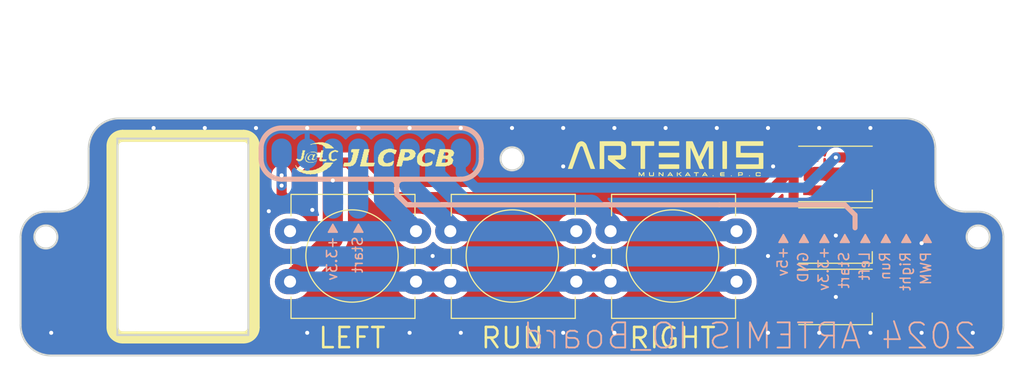
<source format=kicad_pcb>
(kicad_pcb (version 20221018) (generator pcbnew)
  (layers (0 "F.Cu" signal) (31 "B.Cu" signal) (34 "B.Paste" user) (35 "F.Paste" user) (36 "B.SilkS" user "B.Silkscreen") (37 "F.SilkS" user "F.Silkscreen") (38 "B.Mask" user) (39 "F.Mask" user) (44 "Edge.Cuts" user))
  (net 0 "")
  (net 1 "+5V")
  (net 2 "Net-(D1-DOUT)")
  (net 3 "GND")
  (net 4 "IND_PWM")
  (net 5 "Net-(D2-DOUT)")
  (net 7 "+3.3V")
  (net 8 "SWT_Start")
  (net 9 "BTN_Left")
  (net 10 "BTN_Run")
  (net 11 "BTN_Right")
  (footprint "Button_Switch_THT:SW_PUSH-12mm_Wuerth-430476085716" (layer "F.Cu") (at 158.777 91.44 180)
    (fp_text reference "RUN" (at 6.35 -5.588) (layer "F.SilkS") (effects (font (size 2 2) (thickness 0.25))))
    (fp_text value "SW_Push")
    (pad "1" thru_hole oval (at 0 0 180) (size 3 2.5) (drill 1.2) (layers "*.Cu" "*.Mask") (net 7 "+3.3V"))
    (pad "1" thru_hole oval (at 12.5 0 180) (size 3 2.5) (drill 1.2) (layers "*.Cu" "*.Mask") (net 7 "+3.3V"))
    (pad "2" thru_hole oval (at 0 5 180) (size 3 2.5) (drill 1.2) (layers "*.Cu" "*.Mask") (net 10 "BTN_Run"))
    (pad "2" thru_hole oval (at 12.5 5 180) (size 3 2.5) (drill 1.2) (layers "*.Cu" "*.Mask") (net 10 "BTN_Run"))
  )
  (footprint "Artemis_Logo:Artemis_Logo" (layer "F.Cu") (at 166.284319 78.769975)
    (fp_text reference "G***" hide)
    (fp_text value "LOGO" hide)
  )
  (footprint "Button_Switch_THT:SW_PUSH-12mm_Wuerth-430476085716" (layer "F.Cu") (at 174.679 91.44 180)
    (fp_text reference "RIGHT" (at 6.35 -5.588) (layer "F.SilkS") (effects (font (size 2 2) (thickness 0.25))))
    (fp_text value "SW_Push")
    (pad "1" thru_hole oval (at 0 0 180) (size 3 2.5) (drill 1.2) (layers "*.Cu" "*.Mask") (net 7 "+3.3V"))
    (pad "1" thru_hole oval (at 12.5 0 180) (size 3 2.5) (drill 1.2) (layers "*.Cu" "*.Mask") (net 7 "+3.3V"))
    (pad "2" thru_hole oval (at 0 5 180) (size 3 2.5) (drill 1.2) (layers "*.Cu" "*.Mask") (net 11 "BTN_Right"))
    (pad "2" thru_hole oval (at 12.5 5 180) (size 3 2.5) (drill 1.2) (layers "*.Cu" "*.Mask") (net 11 "BTN_Right"))
  )
  (footprint "Button_Switch_THT:SW_PUSH-12mm_Wuerth-430476085716" (layer "F.Cu") (at 142.875 91.44 180)
    (fp_text reference "LEFT" (at 6.35 -5.588) (layer "F.SilkS") (effects (font (size 2 2) (thickness 0.25))))
    (fp_text value "SW_Push")
    (pad "1" thru_hole oval (at 0 0 180) (size 3 2.5) (drill 1.2) (layers "*.Cu" "*.Mask") (net 7 "+3.3V"))
    (pad "1" thru_hole oval (at 12.5 0 180) (size 3 2.5) (drill 1.2) (layers "*.Cu" "*.Mask") (net 7 "+3.3V"))
    (pad "2" thru_hole oval (at 0 5 180) (size 3 2.5) (drill 1.2) (layers "*.Cu" "*.Mask") (net 9 "BTN_Left"))
    (pad "2" thru_hole oval (at 12.5 5 180) (size 3 2.5) (drill 1.2) (layers "*.Cu" "*.Mask") (net 9 "BTN_Left"))
  )
  (footprint "LED_SMD:LED_WS2812B_PLCC4_5.0x5.0mm_P3.2mm" (layer "F.Cu") (at 184.494 80.756)
    (fp_text reference "D1" hide)
    (fp_text value "WS2812B")
    (pad "1" smd rect (at -2.45 -1.65) (size 1.5 0.9) (layers "F.Cu" "F.Paste" "F.Mask") (net 1 "+5V"))
    (pad "2" smd rect (at -2.45 1.65) (size 1.5 0.9) (layers "F.Cu" "F.Paste" "F.Mask") (net 2 "Net-(D1-DOUT)"))
    (pad "3" smd rect (at 2.45 1.65) (size 1.5 0.9) (layers "F.Cu" "F.Paste" "F.Mask") (net 3 "GND"))
    (pad "4" smd rect (at 2.45 -1.65) (size 1.5 0.9) (layers "F.Cu" "F.Paste" "F.Mask") (net 4 "IND_PWM"))
  )
  (footprint "LED_SMD:LED_WS2812B_PLCC4_5.0x5.0mm_P3.2mm" (layer "F.Cu") (at 184.494 92.964)
    (fp_text reference "D3" hide)
    (fp_text value "WS2812B")
    (pad "1" smd rect (at -2.45 -1.65) (size 1.5 0.9) (layers "F.Cu" "F.Paste" "F.Mask") (net 1 "+5V"))
    (pad "2" smd rect (at -2.45 1.65) (size 1.5 0.9) (layers "F.Cu" "F.Paste" "F.Mask"))
    (pad "3" smd rect (at 2.45 1.65) (size 1.5 0.9) (layers "F.Cu" "F.Paste" "F.Mask") (net 3 "GND"))
    (pad "4" smd rect (at 2.45 -1.65) (size 1.5 0.9) (layers "F.Cu" "F.Paste" "F.Mask") (net 5 "Net-(D2-DOUT)"))
  )
  (footprint "LED_SMD:LED_WS2812B_PLCC4_5.0x5.0mm_P3.2mm" (layer "F.Cu") (at 184.494 86.868)
    (fp_text reference "D2" hide)
    (fp_text value "WS2812B")
    (pad "1" smd rect (at -2.45 -1.65) (size 1.5 0.9) (layers "F.Cu" "F.Paste" "F.Mask") (net 1 "+5V"))
    (pad "2" smd rect (at -2.45 1.65) (size 1.5 0.9) (layers "F.Cu" "F.Paste" "F.Mask") (net 5 "Net-(D2-DOUT)"))
    (pad "3" smd rect (at 2.45 1.65) (size 1.5 0.9) (layers "F.Cu" "F.Paste" "F.Mask") (net 3 "GND"))
    (pad "4" smd rect (at 2.45 -1.65) (size 1.5 0.9) (layers "F.Cu" "F.Paste" "F.Mask") (net 2 "Net-(D1-DOUT)"))
  )
  (footprint "_Others:JLCPCB" (layer "F.Cu") (at 138.684 79.248)
    (fp_text reference "G***" hide)
    (fp_text value "LOGO" hide)
  )
  (footprint "Connector_JST:JST_XH_B2B-XH-A_1x02_P2.50mm_Vertical" (layer "B.Cu") (at 134.64 83.693)
    (fp_text reference "SW4" hide)
    (fp_text value "SW_DIP_x01" hide)
    (pad "" smd oval (at 0 0) (size 2 3) (layers "B.Cu" "B.Paste" "B.Mask") (net 7 "+3.3V"))
    (pad "2" smd oval (at 2.5 0) (size 2 3) (layers "B.Cu" "B.Paste" "B.Mask") (net 8 "SWT_Start"))
  )
  (footprint "Connector_PinHeader_2.54mm:PinHeader_1x08_P2.54mm_Vertical" (layer "B.Cu") (at 129.54 78.74 -90)
    (fp_text reference "J1" hide)
    (fp_text value "Conn_01x08_Socket" hide)
    (pad "1" smd oval (at 0 0 270) (size 3 2) (layers "B.Cu" "B.Paste" "B.Mask") (net 1 "+5V"))
    (pad "2" smd oval (at 0 -2.54 270) (size 3 2) (layers "B.Cu" "B.Paste" "B.Mask") (net 3 "GND"))
    (pad "3" smd oval (at 0 -5.08 270) (size 3 2) (layers "B.Cu" "B.Paste" "B.Mask") (net 7 "+3.3V"))
    (pad "4" smd oval (at 0 -7.62 270) (size 3 2) (layers "B.Cu" "B.Paste" "B.Mask") (net 8 "SWT_Start"))
    (pad "5" smd oval (at 0 -10.16 270) (size 3 2) (layers "B.Cu" "B.Paste" "B.Mask") (net 9 "BTN_Left"))
    (pad "6" smd oval (at 0 -12.7 270) (size 3 2) (layers "B.Cu" "B.Paste" "B.Mask") (net 10 "BTN_Run"))
    (pad "7" smd oval (at 0 -15.24 270) (size 3 2) (layers "B.Cu" "B.Paste" "B.Mask") (net 11 "BTN_Right"))
    (pad "8" smd oval (at 0 -17.78 270) (size 3 2) (layers "B.Cu" "B.Paste" "B.Mask") (net 4 "IND_PWM"))
  )
  (gr_line (start 140.97 82.804) (end 141.986 83.82) (stroke (width 0.5)) (layer "B.SilkS"))
  (gr_line (start 149.352 78.232) (end 149.352 79.248) (stroke (width 0.5)) (layer "B.SilkS"))
  (gr_arc (start 129.54 81.28) (mid 128.10316 80.684841) (end 127.508 79.248) (stroke (width 0.5)) (layer "B.SilkS"))
  (gr_line (start 172.974 83.82) (end 185.42 83.82) (stroke (width 0.5)) (layer "B.SilkS"))
  (gr_line (start 186.436 84.836) (end 186.436 86.106) (stroke (width 0.5)) (layer "B.SilkS"))
  (gr_line (start 127.508 79.248) (end 127.508 78.232) (stroke (width 0.5)) (layer "B.SilkS"))
  (gr_arc (start 149.352 79.248) (mid 148.756841 80.68484) (end 147.32 81.28) (stroke (width 0.5)) (layer "B.SilkS"))
  (gr_line (start 140.97 81.28) (end 140.97 82.296) (stroke (width 0.5)) (layer "B.SilkS"))
  (gr_line (start 140.97 82.296) (end 140.97 82.804) (stroke (width 0.5)) (layer "B.SilkS"))
  (gr_arc (start 141.07521 81.89321) (mid 141.224 81.534) (end 141.58321 81.38521) (stroke (width 0.29)) (layer "B.SilkS"))
  (gr_arc (start 127.508 78.232) (mid 128.103159 76.79516) (end 129.54 76.2) (stroke (width 0.5)) (layer "B.SilkS"))
  (gr_arc (start 147.32 76.2) (mid 148.75684 76.795159) (end 149.352 78.232) (stroke (width 0.5)) (layer "B.SilkS"))
  (gr_line (start 141.986 83.82) (end 172.974 83.82) (stroke (width 0.5)) (layer "B.SilkS"))
  (gr_line (start 147.32 81.28) (end 129.54 81.28) (stroke (width 0.5)) (layer "B.SilkS"))
  (gr_arc (start 140.35679 81.38521) (mid 140.716 81.534) (end 140.86479 81.89321) (stroke (width 0.29)) (layer "B.SilkS"))
  (gr_line (start 129.54 76.2) (end 147.32 76.2) (stroke (width 0.5)) (layer "B.SilkS"))
  (gr_line (start 185.42 83.82) (end 186.436 84.836) (stroke (width 0.5)) (layer "B.SilkS"))
  (gr_line (start 115.182213 96.478) (end 113.768 96.478) (stroke (width 0.2)) (layer "F.SilkS"))
  (gr_arc (start 125.768 76.478) (mid 126.828827 76.917507) (end 127.268 77.978473) (stroke (width 0.2)) (layer "F.SilkS"))
  (gr_line (start 125.768 96.478) (end 115.182213 96.478) (stroke (width 0.2)) (layer "F.SilkS"))
  (gr_line (start 112.268 77.978) (end 112.268 95.978) (stroke (width 0.2)) (layer "F.SilkS"))
  (gr_line (start 113.268001 95.978) (end 113.268 77.978) (stroke (width 0.2)) (layer "F.SilkS"))
  (gr_arc (start 126.268 95.978402) (mid 126.121411 96.331696) (end 125.768 96.478) (stroke (width 0.2)) (layer "F.SilkS"))
  (gr_poly (pts (xy 113.768 76.478) (xy 125.768 76.478) (xy 126.492 76.708) (xy 127 77.089) (xy 127.127 77.597) (xy 127.268 77.978473) (xy 127.268 95.978) (xy 126.268 95.978402) (xy 126.268 77.978402) (xy 126.238 77.597) (xy 125.984 77.47) (xy 125.768 77.478) (xy 113.768 77.478) (xy 113.284 77.597) (xy 113.268 77.978) (xy 113.268001 95.978) (xy 112.268 95.978) (xy 112.268 77.978) (xy 112.522 77.216) (xy 113.03 76.708)) (stroke (width 0.15)) (fill solid) (layer "F.SilkS"))
  (gr_line (start 113.768 77.478) (end 125.768 77.478) (stroke (width 0.2)) (layer "F.SilkS"))
  (gr_line (start 113.768 97.478) (end 125.768 97.478) (stroke (width 0.2)) (layer "F.SilkS"))
  (gr_arc (start 112.268 77.978) (mid 112.70734 76.91734) (end 113.768 76.478) (stroke (width 0.2)) (layer "F.SilkS"))
  (gr_arc (start 113.268 77.978) (mid 113.414447 77.624447) (end 113.768 77.478) (stroke (width 0.2)) (layer "F.SilkS"))
  (gr_arc (start 113.768 97.478) (mid 112.70734 97.03866) (end 112.268 95.978) (stroke (width 0.2)) (layer "F.SilkS"))
  (gr_line (start 127.268 95.978) (end 127.268 77.978473) (stroke (width 0.2)) (layer "F.SilkS"))
  (gr_poly (pts (xy 113.268001 95.978) (xy 113.414447 96.458553) (xy 113.768 96.605) (xy 125.768 96.605) (xy 126.121411 96.458696) (xy 126.268 95.978402) (xy 127.268 95.978) (xy 127 96.647) (xy 126.619 97.155) (xy 125.768 97.478) (xy 113.768 97.478) (xy 112.903 97.155) (xy 112.522 96.647) (xy 112.268 95.978)) (stroke (width 0.15)) (fill solid) (layer "F.SilkS"))
  (gr_line (start 126.268 77.978402) (end 126.268 95.978402) (stroke (width 0.2)) (layer "F.SilkS"))
  (gr_line (start 125.768 76.478) (end 113.768 76.478) (stroke (width 0.2)) (layer "F.SilkS"))
  (gr_arc (start 113.768 96.478) (mid 113.414447 96.331553) (end 113.268001 95.978) (stroke (width 0.2)) (layer "F.SilkS"))
  (gr_arc (start 125.768 77.478) (mid 126.121695 77.624589) (end 126.268 77.978402) (stroke (width 0.2)) (layer "F.SilkS"))
  (gr_arc (start 127.268 95.978) (mid 126.82866 97.03866) (end 125.768 97.478) (stroke (width 0.2)) (layer "F.SilkS"))
  (gr_arc (start 197.400001 84.509999) (mid 195.27868 83.63132) (end 194.400001 81.509999) (stroke (width 0.2)) (layer "Edge.Cuts"))
  (gr_line (start 198.65 84.509999) (end 197.400001 84.509999) (stroke (width 0.2)) (layer "Edge.Cuts"))
  (gr_arc (start 106.65 98.764999) (mid 104.52868 97.886319) (end 103.65 95.764999) (stroke (width 0.2)) (layer "Edge.Cuts"))
  (gr_line (start 126.238 77.245) (end 113.238 77.245) (stroke (width 0.2)) (layer "Edge.Cuts"))
  (gr_line (start 107.399999 84.509999) (end 106.15 84.509999) (stroke (width 0.2)) (layer "Edge.Cuts"))
  (gr_circle (center 198.65 87.009999) (end 197.5 87.009999) (stroke (width 0.2)) (fill none) (layer "Edge.Cuts"))
  (gr_line (start 113.238 77.245) (end 113.238 96.745) (stroke (width 0.2)) (layer "Edge.Cuts"))
  (gr_line (start 201.15 95.764999) (end 201.15 87.009999) (stroke (width 0.2)) (layer "Edge.Cuts"))
  (gr_circle (center 152.4 79.255) (end 151.25 79.255) (stroke (width 0.2)) (fill none) (layer "Edge.Cuts"))
  (gr_arc (start 110.399999 81.509999) (mid 109.521319 83.631319) (end 107.399999 84.509999) (stroke (width 0.2)) (layer "Edge.Cuts"))
  (gr_line (start 103.65 87.009999) (end 103.65 95.764999) (stroke (width 0.2)) (layer "Edge.Cuts"))
  (gr_line (start 126.238 96.745) (end 126.238 77.245) (stroke (width 0.2)) (layer "Edge.Cuts"))
  (gr_arc (start 201.15 95.764999) (mid 200.27132 97.886319) (end 198.15 98.764999) (stroke (width 0.2)) (layer "Edge.Cuts"))
  (gr_line (start 113.238 96.745) (end 126.238 96.745) (stroke (width 0.2)) (layer "Edge.Cuts"))
  (gr_line (start 106.65 98.764999) (end 198.15 98.764999) (stroke (width 0.2)) (layer "Edge.Cuts"))
  (gr_line (start 191.400001 75.255) (end 113.399999 75.255) (stroke (width 0.2)) (layer "Edge.Cuts"))
  (gr_arc (start 198.65 84.509999) (mid 200.417767 85.242232) (end 201.15 87.009999) (stroke (width 0.2)) (layer "Edge.Cuts"))
  (gr_line (start 194.400001 81.509999) (end 194.400001 78.255) (stroke (width 0.2)) (layer "Edge.Cuts"))
  (gr_circle (center 106.15 87.009999) (end 105 87.009999) (stroke (width 0.2)) (fill none) (layer "Edge.Cuts"))
  (gr_arc (start 103.65 87.009999) (mid 104.382233 85.242232) (end 106.15 84.509999) (stroke (width 0.2)) (layer "Edge.Cuts"))
  (gr_arc (start 110.399999 78.255) (mid 111.278678 76.133679) (end 113.399999 75.255) (stroke (width 0.2)) (layer "Edge.Cuts"))
  (gr_arc (start 191.400001 75.255) (mid 193.521322 76.133679) (end 194.400001 78.255) (stroke (width 0.2)) (layer "Edge.Cuts"))
  (gr_line (start 110.399999 78.255) (end 110.399999 81.509999) (stroke (width 0.2)) (layer "Edge.Cuts"))
  (gr_text "\n▶︎" (at 191.008 87.884 -90) (layer "B.SilkS") (effects (font (size 1 1)) (justify left bottom mirror)))
  (gr_text "\n▶︎" (at 178.816 87.884 -90) (layer "B.SilkS") (effects (font (size 1 1)) (justify left bottom mirror)))
  (gr_text "2024 ARTEMIS IO_Board" (at 198.628 98.298) (layer "B.SilkS") (effects (font (size 2.5 2.5) (thickness 0.18)) (justify left bottom mirror)))
  (gr_text "\n▶︎" (at 193.04 87.884 -90) (layer "B.SilkS") (effects (font (size 1 1)) (justify left bottom mirror)))
  (gr_text "\n▶︎" (at 134.112 86.868 -90) (layer "B.SilkS") (effects (font (size 1 1)) (justify left bottom mirror)))
  (gr_text "+3.3v" (at 183.896 87.884 90) (layer "B.SilkS") (effects (font (size 1 1)) (justify left bottom mirror)))
  (gr_text "\n▶︎" (at 188.976 87.884 -90) (layer "B.SilkS") (effects (font (size 1 1)) (justify left bottom mirror)))
  (gr_text "\n▶︎" (at 186.944 87.884 -90) (layer "B.SilkS") (effects (font (size 1 1)) (justify left bottom mirror)))
  (gr_text "Left" (at 187.96 88.392 90) (layer "B.SilkS") (effects (font (size 1 1)) (justify left bottom mirror)))
  (gr_text "\n▶︎" (at 184.912 87.884 -90) (layer "B.SilkS") (effects (font (size 1 1)) (justify left bottom mirror)))
  (gr_text "\n▶︎" (at 180.848 87.884 -90) (layer "B.SilkS") (effects (font (size 1 1)) (justify left bottom mirror)))
  (gr_text "Run" (at 189.992 88.392 90) (layer "B.SilkS") (effects (font (size 1 1)) (justify left bottom mirror)))
  (gr_text "+5v" (at 179.832 87.884 90) (layer "B.SilkS") (effects (font (size 1 1)) (justify left bottom mirror)))
  (gr_text "\n▶︎" (at 182.88 87.884 -90) (layer "B.SilkS") (effects (font (size 1 1)) (justify left bottom mirror)))
  (gr_text "GND" (at 181.864 88.392 90) (layer "B.SilkS") (effects (font (size 1 1)) (justify left bottom mirror)))
  (gr_text "\n▶︎" (at 136.652 86.868 -90) (layer "B.SilkS") (effects (font (size 1 1)) (justify left bottom mirror)))
  (gr_text "Start" (at 137.668 86.868 90) (layer "B.SilkS") (effects (font (size 1 1)) (justify left bottom mirror)))
  (gr_text "Right" (at 192.024 88.392 90) (layer "B.SilkS") (effects (font (size 1 1)) (justify left bottom mirror)))
  (gr_text "Start" (at 185.928 88.392 90) (layer "B.SilkS") (effects (font (size 1 1)) (justify left bottom mirror)))
  (gr_text "+3.3v" (at 135.128 86.868 90) (layer "B.SilkS") (effects (font (size 1 1)) (justify left bottom mirror)))
  (gr_text "PWM" (at 194.056 88.392 90) (layer "B.SilkS") (effects (font (size 1 1)) (justify left bottom mirror)))
  (segment (start 181.371 79.106) (end 177.419 83.058) (width 1) (layer "F.Cu") (net 1))
  (segment (start 131.826 80.899) (end 131.826 82.804) (width 1) (layer "F.Cu") (net 1))
  (segment (start 182.044 85.218) (end 181.357 85.218) (width 1) (layer "F.Cu") (net 1))
  (segment (start 131.318 83.312) (end 130.048 83.312) (width 1) (layer "F.Cu") (net 1))
  (segment (start 177.419 83.058) (end 139.573 83.058) (width 1) (layer "F.Cu") (net 1))
  (segment (start 131.826 82.804) (end 131.318 83.312) (width 1) (layer "F.Cu") (net 1))
  (segment (start 136.144 79.629) (end 133.096 79.629) (width 1) (layer "F.Cu") (net 1))
  (segment (start 182.044 91.314) (end 181.357 91.314) (width 1) (layer "F.Cu") (net 1))
  (segment (start 181.371 79.106) (end 182.044 79.106) (width 1) (layer "F.Cu") (net 1))
  (segment (start 133.096 79.629) (end 131.826 80.899) (width 1) (layer "F.Cu") (net 1))
  (segment (start 180.34 80.137) (end 181.371 79.106) (width 1) (layer "F.Cu") (net 1))
  (segment (start 180.467 86.106) (end 181.355 85.218) (width 1) (layer "F.Cu") (net 1))
  (segment (start 129.54 82.804) (end 129.54 81.915) (width 1) (layer "F.Cu") (net 1))
  (segment (start 129.54 80.899) (end 129.54 81.915) (width 1) (layer "F.Cu") (net 1))
  (segment (start 139.573 83.058) (end 136.144 79.629) (width 1) (layer "F.Cu") (net 1))
  (segment (start 180.34 84.201) (end 180.34 80.137) (width 1) (layer "F.Cu") (net 1))
  (segment (start 181.355 85.218) (end 182.044 85.218) (width 1) (layer "F.Cu") (net 1))
  (segment (start 181.357 91.314) (end 180.467 90.424) (width 1) (layer "F.Cu") (net 1))
  (segment (start 180.467 90.424) (end 180.467 86.106) (width 1) (layer "F.Cu") (net 1))
  (segment (start 130.048 83.312) (end 129.54 82.804) (width 1) (layer "F.Cu") (net 1))
  (segment (start 181.357 85.218) (end 180.34 84.201) (width 1) (layer "F.Cu") (net 1))
  (via (at 129.54 80.899) (size 0.8) (drill 0.4) (layers "F.Cu" "B.Cu") (net 1))
  (via (at 129.54 81.915) (size 0.8) (drill 0.4) (layers "F.Cu" "B.Cu") (net 1))
  (segment (start 129.54 81.915) (end 129.54 80.899) (width 1) (layer "B.Cu") (net 1))
  (segment (start 129.54 80.899) (end 129.54 78.74) (width 1) (layer "B.Cu") (net 1))
  (segment (start 183.117 82.406) (end 185.929 85.218) (width 1) (layer "F.Cu") (net 2))
  (segment (start 185.929 85.218) (end 186.944 85.218) (width 1) (layer "F.Cu") (net 2))
  (segment (start 182.044 82.406) (end 183.117 82.406) (width 1) (layer "F.Cu") (net 2))
  (via (at 137.16 76.2) (size 0.8) (drill 0.4) (layers "F.Cu" "B.Cu") (net 3))
  (via (at 177.8 76.2) (size 0.8) (drill 0.4) (layers "F.Cu" "B.Cu") (net 3))
  (via (at 193.04 87.63) (size 0.8) (drill 0.4) (layers "F.Cu" "B.Cu") (net 3))
  (via (at 132.588 84.328) (size 0.8) (drill 0.4) (layers "F.Cu" "B.Cu") (net 3))
  (via (at 177.8 96.52) (size 0.8) (drill 0.4) (layers "F.Cu" "B.Cu") (net 3))
  (via (at 178.308 80.01) (size 0.8) (drill 0.4) (layers "F.Cu" "B.Cu") (net 3))
  (via (at 177.8 88.9) (size 0.8) (drill 0.4) (layers "F.Cu" "B.Cu") (net 3))
  (via (at 193.04 96.52) (size 0.8) (drill 0.4) (layers "F.Cu" "B.Cu") (net 3))
  (via (at 187.96 96.52) (size 0.8) (drill 0.4) (layers "F.Cu" "B.Cu") (net 3))
  (via (at 182.88 96.52) (size 0.8) (drill 0.4) (layers "F.Cu" "B.Cu") (net 3))
  (via (at 142.24 96.52) (size 0.8) (drill 0.4) (layers "F.Cu" "B.Cu") (net 3))
  (via (at 182.88 76.2) (size 0.8) (drill 0.4) (layers "F.Cu" "B.Cu") (net 3))
  (via (at 132.08 76.2) (size 0.8) (drill 0.4) (layers "F.Cu" "B.Cu") (net 3))
  (via (at 162.56 96.52) (size 0.8) (drill 0.4) (layers "F.Cu" "B.Cu") (net 3))
  (via (at 184.531 92.964) (size 0.8) (drill 0.4) (layers "F.Cu" "B.Cu") (net 3))
  (via (at 172.72 76.2) (size 0.8) (drill 0.4) (layers "F.Cu" "B.Cu") (net 3))
  (via (at 198.12 96.52) (size 0.8) (drill 0.4) (layers "F.Cu" "B.Cu") (net 3))
  (via (at 160.528 88.9) (size 0.8) (drill 0.4) (layers "F.Cu" "B.Cu") (net 3))
  (via (at 187.96 76.2) (size 0.8) (drill 0.4) (layers "F.Cu" "B.Cu") (net 3))
  (via (at 167.64 76.2) (size 0.8) (drill 0.4) (layers "F.Cu" "B.Cu") (net 3))
  (via (at 147.32 96.52) (size 0.8) (drill 0.4) (layers "F.Cu" "B.Cu") (net 3))
  (via (at 144.526 88.9) (size 0.8) (drill 0.4) (layers "F.Cu" "B.Cu") (net 3))
  (via (at 157.48 76.2) (size 0.8) (drill 0.4) (layers "F.Cu" "B.Cu") (net 3))
  (via (at 106.68 96.52) (size 0.8) (drill 0.4) (layers "F.Cu" "B.Cu") (net 3))
  (via (at 157.48 96.52) (size 0.8) (drill 0.4) (layers "F.Cu" "B.Cu") (net 3))
  (via (at 184.531 86.868) (size 0.8) (drill 0.4) (layers "F.Cu" "B.Cu") (net 3))
  (via (at 116.84 76.2) (size 0.8) (drill 0.4) (layers "F.Cu" "B.Cu") (net 3))
  (via (at 142.24 76.2) (size 0.8) (drill 0.4) (layers "F.Cu" "B.Cu") (net 3))
  (via (at 132.08 96.52) (size 0.8) (drill 0.4) (layers "F.Cu" "B.Cu") (net 3))
  (via (at 147.32 76.2) (size 0.8) (drill 0.4) (layers "F.Cu" "B.Cu") (net 3))
  (via (at 162.56 76.2) (size 0.8) (drill 0.4) (layers "F.Cu" "B.Cu") (net 3))
  (via (at 128.27 84.455) (size 0.8) (drill 0.4) (layers "F.Cu" "B.Cu") (net 3))
  (via (at 157.48 80.01) (size 0.8) (drill 0.4) (layers "F.Cu" "B.Cu") (net 3))
  (via (at 127 76.2) (size 0.8) (drill 0.4) (layers "F.Cu" "B.Cu") (net 3))
  (via (at 152.4 76.2) (size 0.8) (drill 0.4) (layers "F.Cu" "B.Cu") (net 3))
  (via (at 121.92 76.2) (size 0.8) (drill 0.4) (layers "F.Cu" "B.Cu") (net 3))
  (segment (start 186.929 79.121) (end 186.944 79.106) (width 1) (layer "F.Cu") (net 4))
  (segment (start 184.531 79.121) (end 186.929 79.121) (width 1) (layer "F.Cu") (net 4))
  (via (at 184.531 79.121) (size 0.8) (drill 0.4) (layers "F.Cu" "B.Cu") (net 4))
  (segment (start 147.32 78.74) (end 147.32 80.645) (width 1) (layer "B.Cu") (net 4))
  (segment (start 147.32 80.645) (end 148.795 82.12) (width 1) (layer "B.Cu") (net 4))
  (segment (start 148.795 82.12) (end 181.532 82.12) (width 1) (layer "B.Cu") (net 4))
  (segment (start 181.532 82.12) (end 184.531 79.121) (width 1) (layer "B.Cu") (net 4))
  (segment (start 183.133 88.518) (end 185.929 91.314) (width 1) (layer "F.Cu") (net 5))
  (segment (start 185.929 91.314) (end 186.944 91.314) (width 1) (layer "F.Cu") (net 5))
  (segment (start 182.044 88.518) (end 183.133 88.518) (width 1) (layer "F.Cu") (net 5))
  (segment (start 134.62 87.195) (end 130.375 91.44) (width 2) (layer "F.Cu") (net 7))
  (segment (start 134.62 81.407) (end 134.62 87.195) (width 2) (layer "F.Cu") (net 7))
  (via (at 134.62 81.407) (size 0.8) (drill 0.4) (layers "F.Cu" "B.Cu") (net 7))
  (segment (start 134.64 81.427) (end 134.62 81.407) (width 2) (layer "B.Cu") (net 7))
  (segment (start 130.375 91.44) (end 174.679 91.44) (width 2) (layer "B.Cu") (net 7))
  (segment (start 134.64 83.693) (end 134.64 81.427) (width 2) (layer "B.Cu") (net 7))
  (segment (start 134.62 78.74) (end 134.62 81.407) (width 2) (layer "B.Cu") (net 7))
  (segment (start 137.14 83.693) (end 137.14 78.76) (width 2) (layer "B.Cu") (net 8))
  (segment (start 137.14 78.76) (end 137.16 78.74) (width 2) (layer "B.Cu") (net 8))
  (segment (start 142.875 86.44) (end 139.7 83.265) (width 2) (layer "B.Cu") (net 9))
  (segment (start 130.375 86.44) (end 142.875 86.44) (width 2) (layer "B.Cu") (net 9))
  (segment (start 139.954 78.994) (end 139.7 78.74) (width 1) (layer "B.Cu") (net 9))
  (segment (start 139.7 83.265) (end 139.7 78.74) (width 2) (layer "B.Cu") (net 9))
  (segment (start 146.277 86.44) (end 146.277 85.952) (width 2) (layer "B.Cu") (net 10))
  (segment (start 158.777 86.44) (end 146.277 86.44) (width 2) (layer "B.Cu") (net 10))
  (segment (start 146.277 85.952) (end 142.24 81.915) (width 2) (layer "B.Cu") (net 10))
  (segment (start 142.24 81.915) (end 142.24 78.74) (width 2) (layer "B.Cu") (net 10))
  (segment (start 162.179 86.44) (end 162.179 85.725) (width 2) (layer "B.Cu") (net 11))
  (segment (start 160.274 83.82) (end 147.701 83.82) (width 2) (layer "B.Cu") (net 11))
  (segment (start 144.78 80.899) (end 144.78 78.74) (width 2) (layer "B.Cu") (net 11))
  (segment (start 147.701 83.82) (end 144.78 80.899) (width 2) (layer "B.Cu") (net 11))
  (segment (start 144.78 79.24) (end 144.78 78.74) (width 1) (layer "B.Cu") (net 11))
  (segment (start 162.179 85.725) (end 160.274 83.82) (width 2) (layer "B.Cu") (net 11))
  (segment (start 174.679 86.44) (end 162.179 86.44) (width 2) (layer "B.Cu") (net 11))
  (zone (net 3) (net_name "GND") (layers "F&B.Cu") (connect_pads (clearance 0.5)) (min_thickness 0.25) (fill yes (thermal_gap 0.5) (thermal_bridge_width 0.5))
    (polygon (pts (xy 101.6 63.5) (xy 101.6 101.6) (xy 203.2 101.6) (xy 203.2 63.5)))
  )
)
</source>
